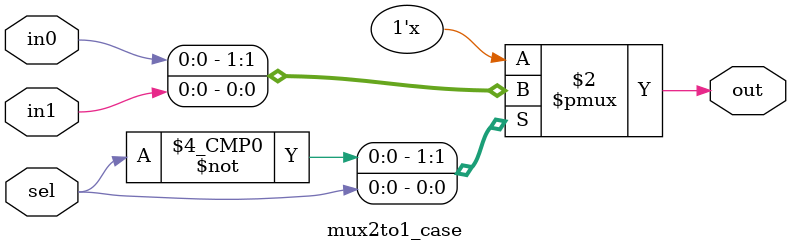
<source format=v>
module mux2to1_cond( 	out,
			in0,
			in1,
			sel);

output 			out ;
input 			in0 ;
input 			in1 ;
input 			sel ;

assign out = (sel)? in1 : in0 ;

endmodule


module mux2to1_if( 	out, 
		   	in0, 
			in1, 
			sel);

output 			out ;
input 			in0 ;
input 			in1 ;
input 			sel ;

reg 			out ;

always @(*) begin
	if (sel == 1'b0) begin
		out = in0 ;
	end else begin
		out = in1 ;
	end
end
endmodule


module mux2to1_case( 	out, 
		   	in0, 
			in1, 
			sel);

output 			out ;
input 			in0 ;
input 			in1 ;
input 			sel ;

reg 			out ;

always @(*) begin
case( {sel} )
	1'b0 : out = in0 ;
	1'b1 : out = in1 ;
	endcase
end
endmodule

</source>
